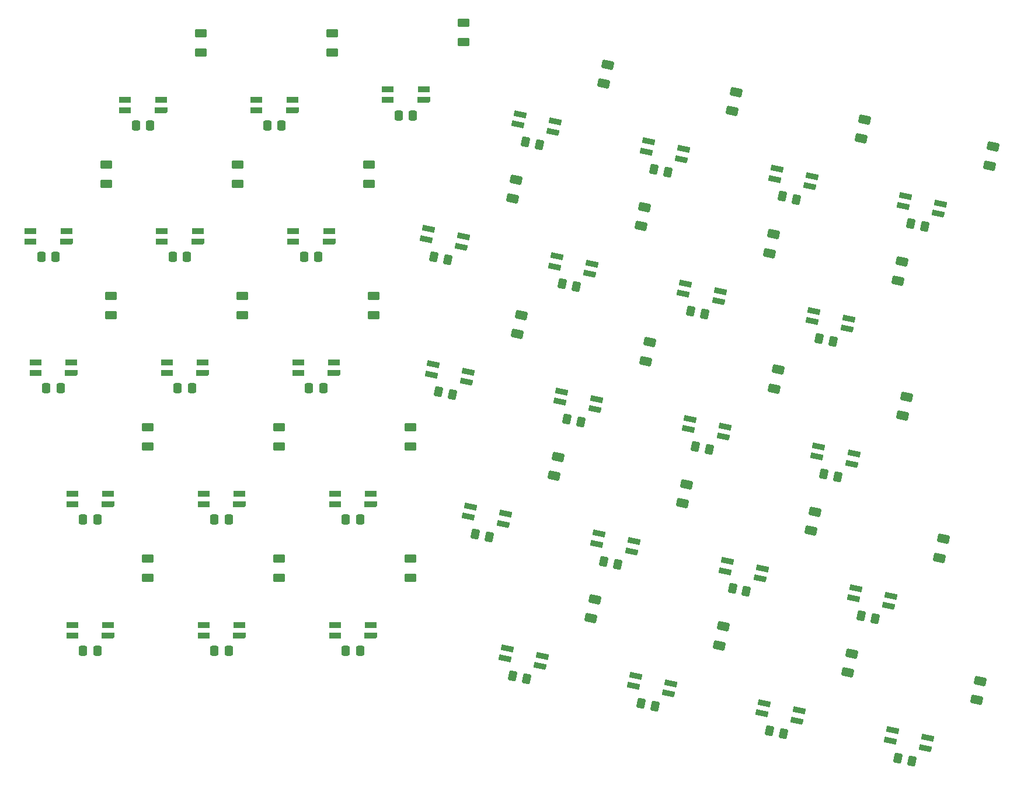
<source format=gbr>
%TF.GenerationSoftware,KiCad,Pcbnew,9.0.3*%
%TF.CreationDate,2025-11-25T19:45:44-05:00*%
%TF.ProjectId,Wren,5772656e-2e6b-4696-9361-645f70636258,rev?*%
%TF.SameCoordinates,Original*%
%TF.FileFunction,Paste,Bot*%
%TF.FilePolarity,Positive*%
%FSLAX46Y46*%
G04 Gerber Fmt 4.6, Leading zero omitted, Abs format (unit mm)*
G04 Created by KiCad (PCBNEW 9.0.3) date 2025-11-25 19:45:44*
%MOMM*%
%LPD*%
G01*
G04 APERTURE LIST*
G04 Aperture macros list*
%AMRoundRect*
0 Rectangle with rounded corners*
0 $1 Rounding radius*
0 $2 $3 $4 $5 $6 $7 $8 $9 X,Y pos of 4 corners*
0 Add a 4 corners polygon primitive as box body*
4,1,4,$2,$3,$4,$5,$6,$7,$8,$9,$2,$3,0*
0 Add four circle primitives for the rounded corners*
1,1,$1+$1,$2,$3*
1,1,$1+$1,$4,$5*
1,1,$1+$1,$6,$7*
1,1,$1+$1,$8,$9*
0 Add four rect primitives between the rounded corners*
20,1,$1+$1,$2,$3,$4,$5,0*
20,1,$1+$1,$4,$5,$6,$7,0*
20,1,$1+$1,$6,$7,$8,$9,0*
20,1,$1+$1,$8,$9,$2,$3,0*%
%AMRotRect*
0 Rectangle, with rotation*
0 The origin of the aperture is its center*
0 $1 length*
0 $2 width*
0 $3 Rotation angle, in degrees counterclockwise*
0 Add horizontal line*
21,1,$1,$2,0,0,$3*%
%AMOutline5P*
0 Free polygon, 5 corners , with rotation*
0 The origin of the aperture is its center*
0 number of corners: always 5*
0 $1 to $10 corner X, Y*
0 $11 Rotation angle, in degrees counterclockwise*
0 create outline with 5 corners*
4,1,5,$1,$2,$3,$4,$5,$6,$7,$8,$9,$10,$1,$2,$11*%
%AMOutline6P*
0 Free polygon, 6 corners , with rotation*
0 The origin of the aperture is its center*
0 number of corners: always 6*
0 $1 to $12 corner X, Y*
0 $13 Rotation angle, in degrees counterclockwise*
0 create outline with 6 corners*
4,1,6,$1,$2,$3,$4,$5,$6,$7,$8,$9,$10,$11,$12,$1,$2,$13*%
%AMOutline7P*
0 Free polygon, 7 corners , with rotation*
0 The origin of the aperture is its center*
0 number of corners: always 7*
0 $1 to $14 corner X, Y*
0 $15 Rotation angle, in degrees counterclockwise*
0 create outline with 7 corners*
4,1,7,$1,$2,$3,$4,$5,$6,$7,$8,$9,$10,$11,$12,$13,$14,$1,$2,$15*%
%AMOutline8P*
0 Free polygon, 8 corners , with rotation*
0 The origin of the aperture is its center*
0 number of corners: always 8*
0 $1 to $16 corner X, Y*
0 $17 Rotation angle, in degrees counterclockwise*
0 create outline with 8 corners*
4,1,8,$1,$2,$3,$4,$5,$6,$7,$8,$9,$10,$11,$12,$13,$14,$15,$16,$1,$2,$17*%
G04 Aperture macros list end*
%ADD10RoundRect,0.250000X0.428883X0.394450X-0.231367X0.534790X-0.428883X-0.394450X0.231367X-0.534790X0*%
%ADD11RoundRect,0.250000X0.533375X-0.496750X0.689309X0.236861X-0.533375X0.496750X-0.689309X-0.236861X0*%
%ADD12RoundRect,0.250000X0.625000X-0.375000X0.625000X0.375000X-0.625000X0.375000X-0.625000X-0.375000X0*%
%ADD13R,1.800000X0.820000*%
%ADD14Outline5P,-0.900000X0.410000X0.900000X0.410000X0.900000X-0.246000X0.736000X-0.410000X-0.900000X-0.410000X0.000000*%
%ADD15RoundRect,0.250000X0.337500X0.475000X-0.337500X0.475000X-0.337500X-0.475000X0.337500X-0.475000X0*%
%ADD16RotRect,1.800000X0.820000X348.000000*%
%ADD17Outline5P,-0.900000X0.410000X0.900000X0.410000X0.900000X-0.246000X0.736000X-0.410000X-0.900000X-0.410000X348.000000*%
G04 APERTURE END LIST*
D10*
%TO.C,C25*%
X212732726Y-244195692D03*
X210703070Y-243764276D03*
%TD*%
D11*
%TO.C,D19*%
X235384431Y-218698030D03*
X235966583Y-215959216D03*
%TD*%
%TO.C,D28*%
X278008037Y-247233578D03*
X278590189Y-244494764D03*
%TD*%
D12*
%TO.C,D9*%
X176210000Y-193000000D03*
X176210000Y-190200000D03*
%TD*%
%TO.C,D8*%
X157160000Y-193000000D03*
X157160000Y-190200000D03*
%TD*%
D13*
%TO.C,D64*%
X152242000Y-258502500D03*
D14*
X157442000Y-258502500D03*
D13*
X157442000Y-257002500D03*
X152242000Y-257002500D03*
%TD*%
D15*
%TO.C,C31*%
X193979500Y-260750000D03*
X191904500Y-260750000D03*
%TD*%
D10*
%TO.C,C35*%
X273989843Y-276691857D03*
X271960187Y-276260441D03*
%TD*%
D15*
%TO.C,C16*%
X169579500Y-222650000D03*
X167504500Y-222650000D03*
%TD*%
D13*
%TO.C,D36*%
X159882000Y-182302500D03*
D14*
X165082000Y-182302500D03*
D13*
X165082000Y-180802500D03*
X159882000Y-180802500D03*
%TD*%
D12*
%TO.C,D2*%
X189900000Y-173950000D03*
X189900000Y-171150000D03*
%TD*%
D16*
%TO.C,D67*%
X214997976Y-261855039D03*
D17*
X220084345Y-262936180D03*
D16*
X220396214Y-261468959D03*
X215309845Y-260387818D03*
%TD*%
%TO.C,D40*%
X235499460Y-188310408D03*
D17*
X240585829Y-189391549D03*
D16*
X240897698Y-187924328D03*
X235811329Y-186843187D03*
%TD*%
D11*
%TO.C,D34*%
X264730307Y-263886872D03*
X265312459Y-261148058D03*
%TD*%
D10*
%TO.C,C13*%
X243946285Y-211879103D03*
X241916629Y-211447687D03*
%TD*%
%TO.C,C28*%
X268633861Y-256077846D03*
X266604205Y-255646430D03*
%TD*%
D13*
%TO.C,D37*%
X178932000Y-182302500D03*
D14*
X184132000Y-182302500D03*
D13*
X184132000Y-180802500D03*
X178932000Y-180802500D03*
%TD*%
D11*
%TO.C,D21*%
X272651855Y-226619466D03*
X273234007Y-223880652D03*
%TD*%
D13*
%TO.C,D50*%
X146892000Y-220402500D03*
D14*
X152092000Y-220402500D03*
D13*
X152092000Y-218902500D03*
X146892000Y-218902500D03*
%TD*%
%TO.C,D38*%
X197982000Y-180802100D03*
D14*
X203182000Y-180802100D03*
D13*
X203182000Y-179302100D03*
X197982000Y-179302100D03*
%TD*%
D11*
%TO.C,D35*%
X283364019Y-267847590D03*
X283946171Y-265108776D03*
%TD*%
D12*
%TO.C,D17*%
X195960000Y-212050000D03*
X195960000Y-209250000D03*
%TD*%
D13*
%TO.C,D58*%
X171292000Y-239452500D03*
D14*
X176492000Y-239452500D03*
D13*
X176492000Y-237952500D03*
X171292000Y-237952500D03*
%TD*%
D16*
%TO.C,D46*%
X203588130Y-201003003D03*
D17*
X208674499Y-202084144D03*
D16*
X208986368Y-200616923D03*
X203899999Y-199535782D03*
%TD*%
D15*
%TO.C,C24*%
X193979500Y-241700000D03*
X191904500Y-241700000D03*
%TD*%
%TO.C,C22*%
X155879500Y-241700000D03*
X153804500Y-241700000D03*
%TD*%
D11*
%TO.C,D32*%
X227462883Y-255965437D03*
X228045035Y-253226623D03*
%TD*%
D16*
%TO.C,D55*%
X241553236Y-228548350D03*
D17*
X246639605Y-229629491D03*
D16*
X246951474Y-228162270D03*
X241865105Y-227081129D03*
%TD*%
D10*
%TO.C,C34*%
X255356132Y-272731139D03*
X253326476Y-272299723D03*
%TD*%
D11*
%TO.C,D27*%
X259374325Y-243272861D03*
X259956477Y-240534047D03*
%TD*%
D13*
%TO.C,D59*%
X190342000Y-239452500D03*
D14*
X195542000Y-239452500D03*
D13*
X195542000Y-237952500D03*
X190342000Y-237952500D03*
%TD*%
D11*
%TO.C,D12*%
X234686749Y-199074119D03*
X235268901Y-196335305D03*
%TD*%
D10*
%TO.C,C5*%
X238590192Y-191265074D03*
X236560536Y-190833658D03*
%TD*%
%TO.C,C20*%
X244643968Y-231503015D03*
X242614312Y-231071599D03*
%TD*%
D16*
%TO.C,D62*%
X246909418Y-249162462D03*
D17*
X251995787Y-250243603D03*
D16*
X252307656Y-248776382D03*
X247221287Y-247695241D03*
%TD*%
D11*
%TO.C,D20*%
X254018143Y-222658748D03*
X254600295Y-219919934D03*
%TD*%
D16*
%TO.C,D42*%
X272766884Y-196231844D03*
D17*
X277853253Y-197312985D03*
D16*
X278165122Y-195845764D03*
X273078753Y-194764623D03*
%TD*%
D12*
%TO.C,D1*%
X170850000Y-173950000D03*
X170850000Y-171150000D03*
%TD*%
D10*
%TO.C,C12*%
X225312574Y-207918386D03*
X223282918Y-207486970D03*
%TD*%
D15*
%TO.C,C2*%
X182569500Y-184550000D03*
X180494500Y-184550000D03*
%TD*%
D11*
%TO.C,D26*%
X240740613Y-239312143D03*
X241322765Y-236573329D03*
%TD*%
D15*
%TO.C,C17*%
X188629500Y-222650000D03*
X186554500Y-222650000D03*
%TD*%
%TO.C,C29*%
X155879500Y-260750000D03*
X153804500Y-260750000D03*
%TD*%
D10*
%TO.C,C14*%
X262579997Y-215839821D03*
X260550341Y-215408405D03*
%TD*%
D12*
%TO.C,D23*%
X182260000Y-231100000D03*
X182260000Y-228300000D03*
%TD*%
D16*
%TO.C,D48*%
X240855554Y-208924438D03*
D17*
X245941923Y-210005579D03*
D16*
X246253792Y-208538358D03*
X241167423Y-207457217D03*
%TD*%
%TO.C,D63*%
X265543130Y-253123180D03*
D17*
X270629499Y-254204321D03*
D16*
X270941368Y-252737100D03*
X265854999Y-251655959D03*
%TD*%
D12*
%TO.C,D29*%
X163210000Y-250150000D03*
X163210000Y-247350000D03*
%TD*%
D16*
%TO.C,D49*%
X259489265Y-212885156D03*
D17*
X264575634Y-213966297D03*
D16*
X264887503Y-212499076D03*
X259801134Y-211417935D03*
%TD*%
D11*
%TO.C,D4*%
X229330656Y-178460089D03*
X229912808Y-175721275D03*
%TD*%
D16*
%TO.C,D41*%
X254133172Y-192271126D03*
D17*
X259219541Y-193352267D03*
D16*
X259531410Y-191885046D03*
X254445041Y-190803905D03*
%TD*%
D13*
%TO.C,D65*%
X171292000Y-258502500D03*
D14*
X176492000Y-258502500D03*
D13*
X176492000Y-257002500D03*
X171292000Y-257002500D03*
%TD*%
D11*
%TO.C,D33*%
X246096595Y-259926154D03*
X246678747Y-257187340D03*
%TD*%
D16*
%TO.C,D53*%
X204285812Y-220626915D03*
D17*
X209372181Y-221708056D03*
D16*
X209684050Y-220240835D03*
X204597681Y-219159694D03*
%TD*%
D13*
%TO.C,D52*%
X184992000Y-220402500D03*
D14*
X190192000Y-220402500D03*
D13*
X190192000Y-218902500D03*
X184992000Y-218902500D03*
%TD*%
%TO.C,D43*%
X146192000Y-201352500D03*
D14*
X151392000Y-201352500D03*
D13*
X151392000Y-199852500D03*
X146192000Y-199852500D03*
%TD*%
D16*
%TO.C,D56*%
X260186948Y-232509068D03*
D17*
X265273317Y-233590209D03*
D16*
X265585186Y-232122988D03*
X260498817Y-231041847D03*
%TD*%
D10*
%TO.C,C4*%
X219956480Y-187304356D03*
X217926824Y-186872940D03*
%TD*%
D11*
%TO.C,D6*%
X266598079Y-186381524D03*
X267180231Y-183642710D03*
%TD*%
D16*
%TO.C,D60*%
X209641994Y-241241027D03*
D17*
X214728363Y-242322168D03*
D16*
X215040232Y-240854947D03*
X209953863Y-239773806D03*
%TD*%
D13*
%TO.C,D44*%
X165242000Y-201352500D03*
D14*
X170442000Y-201352500D03*
D13*
X170442000Y-199852500D03*
X165242000Y-199852500D03*
%TD*%
D16*
%TO.C,D54*%
X222919524Y-224587632D03*
D17*
X228005893Y-225668773D03*
D16*
X228317762Y-224201552D03*
X223231393Y-223120411D03*
%TD*%
D13*
%TO.C,D51*%
X165942000Y-220402500D03*
D14*
X171142000Y-220402500D03*
D13*
X171142000Y-218902500D03*
X165942000Y-218902500D03*
%TD*%
D10*
%TO.C,C27*%
X250000150Y-252117128D03*
X247970494Y-251685712D03*
%TD*%
D15*
%TO.C,C15*%
X150529500Y-222650000D03*
X148454500Y-222650000D03*
%TD*%
D10*
%TO.C,C11*%
X206678862Y-203957668D03*
X204649206Y-203526252D03*
%TD*%
D13*
%TO.C,D45*%
X184292000Y-201352500D03*
D14*
X189492000Y-201352500D03*
D13*
X189492000Y-199852500D03*
X184292000Y-199852500D03*
%TD*%
D12*
%TO.C,D24*%
X201310000Y-231100000D03*
X201310000Y-228300000D03*
%TD*%
%TO.C,D3*%
X208950000Y-172449600D03*
X208950000Y-169649600D03*
%TD*%
%TO.C,D30*%
X182260000Y-250150000D03*
X182260000Y-247350000D03*
%TD*%
%TO.C,D16*%
X176910000Y-212050000D03*
X176910000Y-209250000D03*
%TD*%
%TO.C,D31*%
X201310000Y-250150000D03*
X201310000Y-247350000D03*
%TD*%
D15*
%TO.C,C1*%
X163519500Y-184550000D03*
X161444500Y-184550000D03*
%TD*%
D10*
%TO.C,C21*%
X263277679Y-235463733D03*
X261248023Y-235032317D03*
%TD*%
D11*
%TO.C,D14*%
X271954173Y-206995554D03*
X272536325Y-204256740D03*
%TD*%
D15*
%TO.C,C8*%
X149829500Y-203600000D03*
X147754500Y-203600000D03*
%TD*%
D16*
%TO.C,D70*%
X270899112Y-273737192D03*
D17*
X275985481Y-274818333D03*
D16*
X276297350Y-273351112D03*
X271210981Y-272269971D03*
%TD*%
D15*
%TO.C,C3*%
X201619500Y-183049600D03*
X199544500Y-183049600D03*
%TD*%
D11*
%TO.C,D18*%
X216750719Y-214737313D03*
X217332871Y-211998499D03*
%TD*%
%TO.C,D11*%
X216053037Y-195113401D03*
X216635189Y-192374587D03*
%TD*%
D10*
%TO.C,C18*%
X207376544Y-223581580D03*
X205346888Y-223150164D03*
%TD*%
D12*
%TO.C,D10*%
X195260000Y-193000000D03*
X195260000Y-190200000D03*
%TD*%
D16*
%TO.C,D61*%
X228275706Y-245201745D03*
D17*
X233362075Y-246282886D03*
D16*
X233673944Y-244815665D03*
X228587575Y-243734524D03*
%TD*%
D10*
%TO.C,C7*%
X275857616Y-199186509D03*
X273827960Y-198755093D03*
%TD*%
D13*
%TO.C,D66*%
X190342000Y-258502500D03*
D14*
X195542000Y-258502500D03*
D13*
X195542000Y-257002500D03*
X190342000Y-257002500D03*
%TD*%
D10*
%TO.C,C33*%
X236722420Y-268770422D03*
X234692764Y-268339006D03*
%TD*%
%TO.C,C26*%
X231366438Y-248156410D03*
X229336782Y-247724994D03*
%TD*%
D11*
%TO.C,D13*%
X253320461Y-203034836D03*
X253902613Y-200296022D03*
%TD*%
D10*
%TO.C,C32*%
X218088708Y-264809704D03*
X216059052Y-264378288D03*
%TD*%
D16*
%TO.C,D69*%
X252265400Y-269776474D03*
D17*
X257351769Y-270857615D03*
D16*
X257663638Y-269390394D03*
X252577269Y-268309253D03*
%TD*%
D12*
%TO.C,D15*%
X157860000Y-212050000D03*
X157860000Y-209250000D03*
%TD*%
D10*
%TO.C,C6*%
X257223904Y-195225791D03*
X255194248Y-194794375D03*
%TD*%
D15*
%TO.C,C10*%
X187929500Y-203600000D03*
X185854500Y-203600000D03*
%TD*%
D11*
%TO.C,D5*%
X247964368Y-182420806D03*
X248546520Y-179681992D03*
%TD*%
D15*
%TO.C,C30*%
X174929500Y-260750000D03*
X172854500Y-260750000D03*
%TD*%
D16*
%TO.C,D39*%
X216865749Y-184349690D03*
D17*
X221952118Y-185430831D03*
D16*
X222263987Y-183963610D03*
X217177618Y-182882469D03*
%TD*%
D11*
%TO.C,D25*%
X222106901Y-235351425D03*
X222689053Y-232612611D03*
%TD*%
D10*
%TO.C,C19*%
X226010256Y-227542298D03*
X223980600Y-227110882D03*
%TD*%
D16*
%TO.C,D47*%
X222221842Y-204963720D03*
D17*
X227308211Y-206044861D03*
D16*
X227620080Y-204577640D03*
X222533711Y-203496499D03*
%TD*%
D15*
%TO.C,C9*%
X168879500Y-203600000D03*
X166804500Y-203600000D03*
%TD*%
D11*
%TO.C,D7*%
X285813943Y-187603428D03*
X285231791Y-190342242D03*
%TD*%
D12*
%TO.C,D22*%
X163210000Y-231100000D03*
X163210000Y-228300000D03*
%TD*%
D16*
%TO.C,D68*%
X233631688Y-265815756D03*
D17*
X238718057Y-266896897D03*
D16*
X239029926Y-265429676D03*
X233943557Y-264348535D03*
%TD*%
D13*
%TO.C,D57*%
X152242000Y-239452500D03*
D14*
X157442000Y-239452500D03*
D13*
X157442000Y-237952500D03*
X152242000Y-237952500D03*
%TD*%
D15*
%TO.C,C23*%
X174929500Y-241700000D03*
X172854500Y-241700000D03*
%TD*%
M02*

</source>
